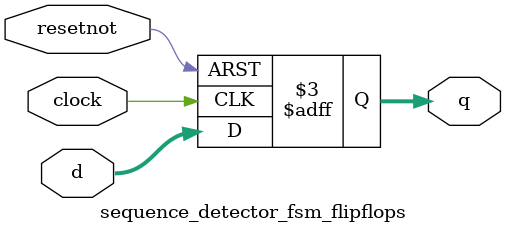
<source format=v>
module sequence_detector_fsm_flipflops(d, q, clock, resetnot);
	input            clock, resetnot;
	input      [3:0] d;
	output reg [3:0] q;

	always @(posedge clock, negedge resetnot) begin
		if (resetnot == 1'b0)
			q <= 4'b0000; // Asynchronously reset state.
		else
			q <= d; // Set output to state at posedge clock.
	end
endmodule
</source>
